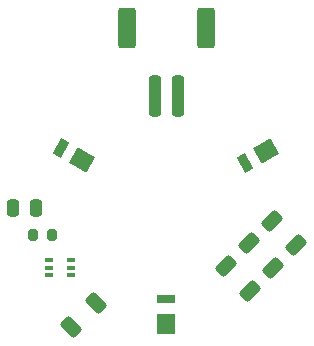
<source format=gtp>
%TF.GenerationSoftware,KiCad,Pcbnew,(6.0.4)*%
%TF.CreationDate,2023-01-05T02:06:05-05:00*%
%TF.ProjectId,LEDModule,4c45444d-6f64-4756-9c65-2e6b69636164,rev?*%
%TF.SameCoordinates,Original*%
%TF.FileFunction,Paste,Top*%
%TF.FilePolarity,Positive*%
%FSLAX46Y46*%
G04 Gerber Fmt 4.6, Leading zero omitted, Abs format (unit mm)*
G04 Created by KiCad (PCBNEW (6.0.4)) date 2023-01-05 02:06:05*
%MOMM*%
%LPD*%
G01*
G04 APERTURE LIST*
G04 Aperture macros list*
%AMRoundRect*
0 Rectangle with rounded corners*
0 $1 Rounding radius*
0 $2 $3 $4 $5 $6 $7 $8 $9 X,Y pos of 4 corners*
0 Add a 4 corners polygon primitive as box body*
4,1,4,$2,$3,$4,$5,$6,$7,$8,$9,$2,$3,0*
0 Add four circle primitives for the rounded corners*
1,1,$1+$1,$2,$3*
1,1,$1+$1,$4,$5*
1,1,$1+$1,$6,$7*
1,1,$1+$1,$8,$9*
0 Add four rect primitives between the rounded corners*
20,1,$1+$1,$2,$3,$4,$5,0*
20,1,$1+$1,$4,$5,$6,$7,0*
20,1,$1+$1,$6,$7,$8,$9,0*
20,1,$1+$1,$8,$9,$2,$3,0*%
%AMRotRect*
0 Rectangle, with rotation*
0 The origin of the aperture is its center*
0 $1 length*
0 $2 width*
0 $3 Rotation angle, in degrees counterclockwise*
0 Add horizontal line*
21,1,$1,$2,0,0,$3*%
G04 Aperture macros list end*
%ADD10RoundRect,0.200000X-0.200000X-0.275000X0.200000X-0.275000X0.200000X0.275000X-0.200000X0.275000X0*%
%ADD11RotRect,1.700000X1.500000X210.000000*%
%ADD12RotRect,0.800000X1.500000X210.000000*%
%ADD13RoundRect,0.250000X-0.220971X0.662913X-0.662913X0.220971X0.220971X-0.662913X0.662913X-0.220971X0*%
%ADD14RoundRect,0.250000X0.662913X0.220971X0.220971X0.662913X-0.662913X-0.220971X-0.220971X-0.662913X0*%
%ADD15R,0.650000X0.400000*%
%ADD16RoundRect,0.250000X-0.250000X-0.475000X0.250000X-0.475000X0.250000X0.475000X-0.250000X0.475000X0*%
%ADD17R,1.500000X0.800000*%
%ADD18R,1.500000X1.700000*%
%ADD19RoundRect,0.250000X-0.250000X-1.500000X0.250000X-1.500000X0.250000X1.500000X-0.250000X1.500000X0*%
%ADD20RoundRect,0.234375X-0.515625X-1.465625X0.515625X-1.465625X0.515625X1.465625X-0.515625X1.465625X0*%
%ADD21RotRect,0.800000X1.500000X150.000000*%
%ADD22RotRect,1.700000X1.500000X150.000000*%
G04 APERTURE END LIST*
D10*
%TO.C,R1*%
X78675000Y-92250000D03*
X80325000Y-92250000D03*
%TD*%
D11*
%TO.C,D3*%
X98449519Y-85125000D03*
D12*
X96674167Y-86150000D03*
%TD*%
D13*
%TO.C,R2*%
X84034144Y-97965856D03*
X81965856Y-100034144D03*
%TD*%
D14*
%TO.C,R3*%
X97094144Y-96974144D03*
X95025856Y-94905856D03*
%TD*%
D15*
%TO.C,Q1*%
X80050000Y-94350000D03*
X80050000Y-95000000D03*
X80050000Y-95650000D03*
X81950000Y-95650000D03*
X81950000Y-95000000D03*
X81950000Y-94350000D03*
%TD*%
D16*
%TO.C,C1*%
X77050000Y-90000000D03*
X78950000Y-90000000D03*
%TD*%
D14*
%TO.C,R5*%
X100974144Y-93094144D03*
X98905856Y-91025856D03*
%TD*%
D17*
%TO.C,D2*%
X90000000Y-97700000D03*
D18*
X90000000Y-99750000D03*
%TD*%
D14*
%TO.C,R4*%
X99034144Y-95034144D03*
X96965856Y-92965856D03*
%TD*%
D19*
%TO.C,J1*%
X89000000Y-80500000D03*
X91000000Y-80500000D03*
D20*
X93350000Y-74750000D03*
X86650000Y-74750000D03*
%TD*%
D21*
%TO.C,D1*%
X81074167Y-84850000D03*
D22*
X82849519Y-85875000D03*
%TD*%
M02*

</source>
